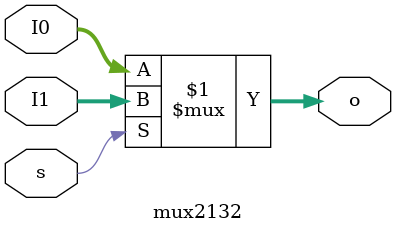
<source format=v>
`timescale 1ns / 1ps


module mux2132(
    input [31:0] I0,
    input [31:0] I1,
    input s,
    output [31:0] o
    );

    assign o = s? I1:I0;
endmodule

</source>
